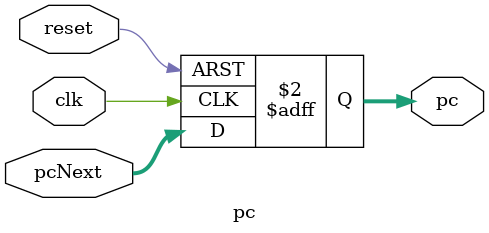
<source format=sv>
`timescale 1ns / 1ps


module pc(
input logic clk, reset,
input logic [31:0] pcNext,
output logic [31:0] pc
    );
    
always_ff @(posedge clk, posedge reset)
begin
    if(reset)
        pc <= 0;
    else
        pc <= pcNext;
end
endmodule

</source>
